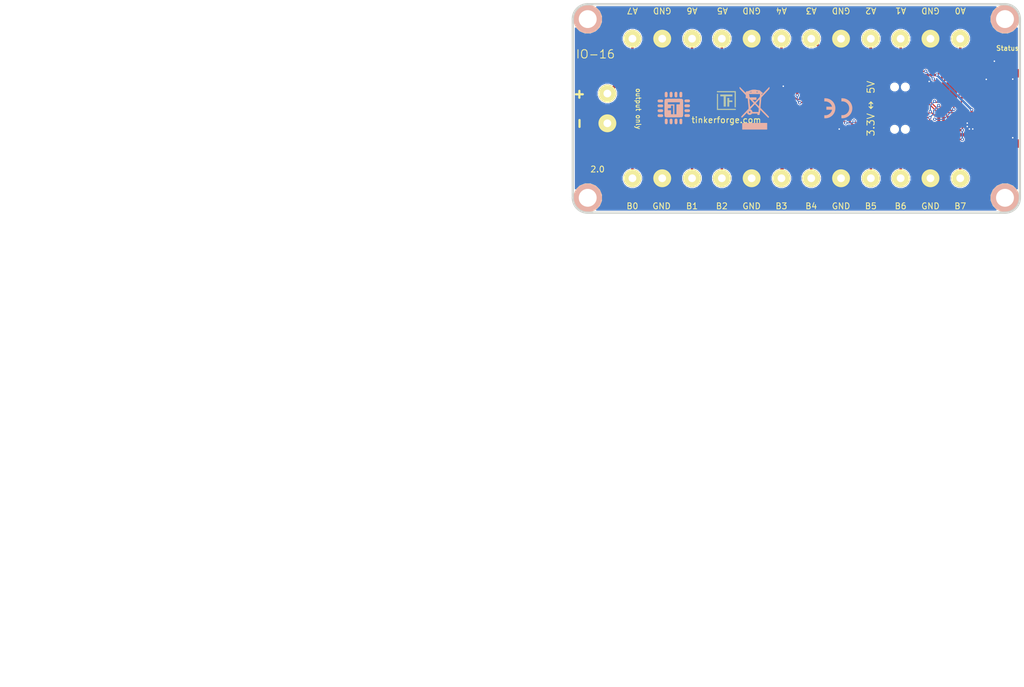
<source format=kicad_pcb>
(kicad_pcb (version 4) (host pcbnew 4.0.2+dfsg1-stable)
  (title_block (title "IO16 Bricklet") (date 2018-03-06) (rev 2.0) (company "Tinkerforge GmbH") (comment 1 "Licensed under CERN OHL v.1.1") (comment 2 "Copyright (©) 2018, L.Lauer <lukas@tinkerforge.com>"))
  (layers (0 Vorderseite signal) (31 Rückseite signal) (34 B.Paste user) (35 F.Paste user) (36 B.SilkS user) (37 F.SilkS user) (38 B.Mask user) (39 F.Mask user) (44 Edge.Cuts user))
  (net 0 "")
  (net 1 GND)
  (net 2 SCL)
  (net 3 SDA)
  (net 4 VAA)
  (net 5 VCC)
  (net 6 "Net-(J2-Pad2)")
  (net 7 "Net-(J3-Pad1)")
  (net 8 "Net-(J3-Pad2)")
  (net 9 "Net-(J4-Pad1)")
  (net 10 "Net-(J5-Pad2)")
  (net 11 "Net-(J6-Pad1)")
  (net 12 "Net-(J6-Pad2)")
  (net 13 "Net-(J7-Pad1)")
  (net 14 "Net-(J8-Pad1)")
  (net 15 "Net-(J9-Pad1)")
  (net 16 "Net-(J9-Pad2)")
  (net 17 "Net-(J10-Pad2)")
  (net 18 "Net-(J11-Pad1)")
  (net 19 "Net-(J12-Pad1)")
  (net 20 "Net-(J12-Pad2)")
  (net 21 "Net-(J13-Pad2)")
  (net 22 "Net-(SW1-Pad6)")
  (net 23 "Net-(SW1-Pad5)")
  (net 24 "Net-(SW1-Pad4)")
  (net 25 "Net-(C4-Pad1)")
  (net 26 "Net-(D1-Pad2)")
  (net 27 "Net-(P2-Pad1)")
  (net 28 "Net-(P3-Pad2)")
  (net 29 "Net-(R1-Pad1)")
  (net 30 RESET)
  (net 31 INT)
  (net 32 "Net-(P1-Pad4)")
  (net 33 "Net-(P1-Pad5)")
  (net 34 "Net-(P1-Pad6)")
  (net 35 S-MISO)
  (net 36 S-MOSI)
  (net 37 S-CLK)
  (net 38 S-CS)
  (net 39 +5V)
  (net 40 "Net-(U1-Pad3)")
  (net 41 "Net-(U1-Pad5)")
  (net 42 "Net-(U1-Pad6)")
  (net 43 "Net-(U1-Pad8)")
  (net 44 "Net-(U1-Pad11)")
  (net 45 "Net-(U1-Pad12)")
  (net 46 "Net-(U1-Pad16)")
  (net 47 "Net-(U1-Pad18)")
  (net 48 "Net-(U1-Pad20)")
  (net 49 "Net-(U1-Pad21)")
  (net 50 "Net-(U1-Pad15)")
  (module kicad-libraries:TSSOP24-44 (layer Vorderseite) (at 151.42 97.03)
    (fp_text reference U8)
    (fp_text value PCAL6416A)
    (pad 1 smd rect (at -3.57378 2.92354 180) (size 0.39878 1.34874) (layers Vorderseite F.Paste F.Mask) (net 31 INT))
    (pad 2 smd rect (at -2.92354 2.92354 180) (size 0.39878 1.34874) (layers Vorderseite F.Paste F.Mask) (net 5 VCC))
    (pad 3 smd rect (at -2.2733 2.92354 180) (size 0.39878 1.34874) (layers Vorderseite F.Paste F.Mask) (net 30 RESET))
    (pad 4 smd rect (at -1.62306 2.92354 180) (size 0.39878 1.34874) (layers Vorderseite F.Paste F.Mask) (net 6 "Net-(J2-Pad2)"))
    (pad 5 smd rect (at -0.97282 2.92354 180) (size 0.39878 1.34874) (layers Vorderseite F.Paste F.Mask) (net 8 "Net-(J3-Pad2)"))
    (pad 6 smd rect (at -0.32258 2.92354 180) (size 0.39878 1.34874) (layers Vorderseite F.Paste F.Mask) (net 7 "Net-(J3-Pad1)"))
    (pad 7 smd rect (at 0.32258 2.92354 180) (size 0.39878 1.34874) (layers Vorderseite F.Paste F.Mask) (net 9 "Net-(J4-Pad1)"))
    (pad 8 smd rect (at 0.97282 2.92354 180) (size 0.39878 1.34874) (layers Vorderseite F.Paste F.Mask) (net 10 "Net-(J5-Pad2)"))
    (pad 9 smd rect (at 1.62306 2.92354 180) (size 0.39878 1.34874) (layers Vorderseite F.Paste F.Mask) (net 12 "Net-(J6-Pad2)"))
    (pad 10 smd rect (at 2.2733 2.92354 180) (size 0.39878 1.34874) (layers Vorderseite F.Paste F.Mask) (net 11 "Net-(J6-Pad1)"))
    (pad 11 smd rect (at 2.92354 2.92354 180) (size 0.39878 1.34874) (layers Vorderseite F.Paste F.Mask) (net 13 "Net-(J7-Pad1)"))
    (pad 12 smd rect (at 3.57378 2.92354 180) (size 0.39878 1.34874) (layers Vorderseite F.Paste F.Mask) (net 1 GND))
    (pad 13 smd rect (at 3.57378 -2.92354) (size 0.39878 1.34874) (layers Vorderseite F.Paste F.Mask) (net 21 "Net-(J13-Pad2)"))
    (pad 14 smd rect (at 2.92354 -2.92354) (size 0.39878 1.34874) (layers Vorderseite F.Paste F.Mask) (net 20 "Net-(J12-Pad2)"))
    (pad 15 smd rect (at 2.2733 -2.92354) (size 0.39878 1.34874) (layers Vorderseite F.Paste F.Mask) (net 19 "Net-(J12-Pad1)"))
    (pad 16 smd rect (at 1.62306 -2.92354) (size 0.39878 1.34874) (layers Vorderseite F.Paste F.Mask) (net 18 "Net-(J11-Pad1)"))
    (pad 17 smd rect (at 0.97282 -2.92354) (size 0.39878 1.34874) (layers Vorderseite F.Paste F.Mask) (net 17 "Net-(J10-Pad2)"))
    (pad 18 smd rect (at 0.32258 -2.92354) (size 0.39878 1.34874) (layers Vorderseite F.Paste F.Mask) (net 16 "Net-(J9-Pad2)"))
    (pad 19 smd rect (at -0.32258 -2.92354) (size 0.39878 1.34874) (layers Vorderseite F.Paste F.Mask) (net 15 "Net-(J9-Pad1)"))
    (pad 20 smd rect (at -0.97282 -2.92354) (size 0.39878 1.34874) (layers Vorderseite F.Paste F.Mask) (net 14 "Net-(J8-Pad1)"))
    (pad 21 smd rect (at -1.62306 -2.92354) (size 0.39878 1.34874) (layers Vorderseite F.Paste F.Mask) (net 1 GND))
    (pad 22 smd rect (at -2.2733 -2.92354) (size 0.39878 1.34874) (layers Vorderseite F.Paste F.Mask) (net 2 SCL))
    (pad 23 smd rect (at -2.92354 -2.92354) (size 0.39878 1.34874) (layers Vorderseite F.Paste F.Mask) (net 3 SDA))
    (pad 24 smd rect (at -3.57378 -2.92354) (size 0.39878 1.34874) (layers Vorderseite F.Paste F.Mask) (net 4 VAA))
  )
  (module C0603F (layer Vorderseite) (at 156.19 99.01 270)
    (fp_text reference C2)
    (fp_text value 100nF)
    (pad 1 smd rect (at -0.75 0 270) (size 0.9 0.9) (layers Vorderseite F.Paste F.Mask) (net 5 VCC))
    (pad 2 smd rect (at 0.75 0 270) (size 0.9 0.9) (layers Vorderseite F.Paste F.Mask) (net 1 GND))
  )
  (module 4X0603 (layer Vorderseite) (at 174.09 99.68 180)
    (fp_text reference RP1)
    (fp_text value TBD)
    (pad 1 smd rect (at -1.19888 -0.8509 180) (size 0.44958 0.89916) (layers Vorderseite F.Paste F.Mask) (net 5 VCC))
    (pad 2 smd rect (at -0.39878 -0.8509 180) (size 0.44958 0.89916) (layers Vorderseite F.Paste F.Mask) (net 5 VCC))
    (pad 3 smd rect (at 0.39878 -0.8509 180) (size 0.44958 0.89916) (layers Vorderseite F.Paste F.Mask) (net 5 VCC))
    (pad 4 smd rect (at 1.19888 -0.8509 180) (size 0.44958 0.89916) (layers Vorderseite F.Paste F.Mask) (net 5 VCC))
    (pad 5 smd rect (at 1.19888 0.8509 180) (size 0.44958 0.89916) (layers Vorderseite F.Paste F.Mask) (net 3 SDA))
    (pad 6 smd rect (at 0.39878 0.8509 180) (size 0.44958 0.89916) (layers Vorderseite F.Paste F.Mask) (net 30 RESET))
    (pad 7 smd rect (at -0.39878 0.8509 180) (size 0.44958 0.89916) (layers Vorderseite F.Paste F.Mask) (net 31 INT))
    (pad 8 smd rect (at -1.19888 0.8509 180) (size 0.44958 0.89916) (layers Vorderseite F.Paste F.Mask) (net 2 SCL))
  )
  (module kicad-libraries:DRILL_NP (layer Vorderseite) (at 184 82.03)
    (fp_text reference U4 hide)
    (fp_text value DRILL hide)
    (pad "" np_thru_hole circle (at 0 0) (size 2.99974 2.99974) (drill 2.99974) (layers *.Cu *.Mask F.SilkS) (clearance 0.89916))
  )
  (module kicad-libraries:AKL_5_2 (layer Vorderseite) (at 134 85.32)
    (fp_text reference J9)
    (fp_text value AKL_5_2)
    (pad 1 thru_hole circle (at -2.49936 0) (size 2.99974 2.99974) (drill 1.30048) (layers *.Cu *.Mask F.SilkS) (net 15 "Net-(J9-Pad1)"))
    (pad 2 thru_hole circle (at 2.49936 0) (size 2.99974 2.99974) (drill 1.30048) (layers *.Cu *.Mask F.SilkS) (net 16 "Net-(J9-Pad2)"))
  )
  (module kicad-libraries:SLIDE_SWITCH (layer Vorderseite) (at 166.38 97.03 90)
    (fp_text reference SW1)
    (fp_text value Power_Select)
    (pad 6 smd rect (at -2.49936 -3.2004 90) (size 1.19888 1.6002) (layers Vorderseite F.Paste F.Mask) (net 22 "Net-(SW1-Pad6)"))
    (pad 5 smd rect (at 0 -3.2004 90) (size 1.19888 1.6002) (layers Vorderseite F.Paste F.Mask) (net 23 "Net-(SW1-Pad5)"))
    (pad 4 smd rect (at 2.49936 -3.2004 90) (size 1.19888 1.6002) (layers Vorderseite F.Paste F.Mask) (net 24 "Net-(SW1-Pad4)"))
    (pad 3 smd rect (at 2.49936 3.2004 90) (size 1.19888 1.6002) (layers Vorderseite F.Paste F.Mask) (net 5 VCC))
    (pad 2 smd rect (at 0 3.2004 90) (size 1.19888 1.6002) (layers Vorderseite F.Paste F.Mask) (net 4 VAA))
    (pad 1 smd rect (at -2.49936 3.2004 90) (size 1.19888 1.6002) (layers Vorderseite F.Paste F.Mask) (net 39 +5V))
    (pad "" np_thru_hole circle (at -3.5 -0.9 90) (size 1.2 1.2) (drill 1.2) (layers *.Cu *.Mask F.SilkS))
    (pad "" np_thru_hole circle (at -3.5 0.9 90) (size 1.2 1.2) (drill 1.2) (layers *.Cu *.Mask F.SilkS))
    (pad "" np_thru_hole circle (at 3.6 -0.9 90) (size 1.2 1.2) (drill 1.2) (layers *.Cu *.Mask F.SilkS))
    (pad "" np_thru_hole circle (at 3.6 0.9 90) (size 1.2 1.2) (drill 1.2) (layers *.Cu *.Mask F.SilkS))
  )
  (module kicad-libraries:DRILL_NP (layer Vorderseite) (at 184 112.03 180)
    (fp_text reference U7 hide)
    (fp_text value DRILL hide)
    (pad "" np_thru_hole circle (at 0 0 180) (size 2.99974 2.99974) (drill 2.99974) (layers *.Cu *.Mask F.SilkS) (clearance 0.89916))
  )
  (module kicad-libraries:DRILL_NP (layer Vorderseite) (at 114 112.03)
    (fp_text reference U6 hide)
    (fp_text value DRILL hide)
    (pad "" np_thru_hole circle (at 0 0) (size 2.99974 2.99974) (drill 2.99974) (layers *.Cu *.Mask F.SilkS) (clearance 0.89916))
  )
  (module kicad-libraries:DRILL_NP (layer Vorderseite) (at 114 82.03 90)
    (fp_text reference U5 hide)
    (fp_text value DRILL hide)
    (pad "" np_thru_hole circle (at 0 0 90) (size 2.99974 2.99974) (drill 2.99974) (layers *.Cu *.Mask F.SilkS) (clearance 0.89916))
  )
  (module kicad-libraries:CE_5mm (layer Rückseite) (at 156 97 180)
    (fp_text reference VAL hide)
    (fp_text value CE_5mm hide)
  )
  (module kicad-libraries:WEEE_7mm (layer Rückseite) (at 142 97 180)
    (fp_text reference VAL hide)
    (fp_text value WEEE_7mm hide)
  )
  (module kicad-libraries:Fiducial_Mark (layer Vorderseite) (at 113 108.03)
    (fp_text reference Fiducial_Mark hide)
    (fp_text value VAL** hide)
    (pad 1 smd circle (at 0 0) (size 1.00076 1.00076) (layers Vorderseite F.Paste F.Mask) (clearance 0.65024))
  )
  (module kicad-libraries:Fiducial_Mark (layer Vorderseite) (at 180.21 85.05)
    (fp_text reference Fiducial_Mark hide)
    (fp_text value VAL** hide)
    (pad 1 smd circle (at 0 0) (size 1.00076 1.00076) (layers Vorderseite F.Paste F.Mask) (clearance 0.65024))
  )
  (module kicad-libraries:Logo_31x31 (layer Vorderseite) (at 135.67664 94.12478)
    (fp_text reference Ref** hide)
    (fp_text value Val** hide)
  )
  (module kicad-libraries:AKL_5_2 (layer Vorderseite) (at 164 85.32)
    (fp_text reference J12)
    (fp_text value AKL_5_2)
    (pad 1 thru_hole circle (at -2.49936 0) (size 2.99974 2.99974) (drill 1.30048) (layers *.Cu *.Mask F.SilkS) (net 19 "Net-(J12-Pad1)"))
    (pad 2 thru_hole circle (at 2.49936 0) (size 2.99974 2.99974) (drill 1.30048) (layers *.Cu *.Mask F.SilkS) (net 20 "Net-(J12-Pad2)"))
  )
  (module kicad-libraries:AKL_5_2 (layer Vorderseite) (at 154 85.32)
    (fp_text reference J11)
    (fp_text value AKL_5_2)
    (pad 1 thru_hole circle (at -2.49936 0) (size 2.99974 2.99974) (drill 1.30048) (layers *.Cu *.Mask F.SilkS) (net 18 "Net-(J11-Pad1)"))
    (pad 2 thru_hole circle (at 2.49936 0) (size 2.99974 2.99974) (drill 1.30048) (layers *.Cu *.Mask F.SilkS) (net 1 GND))
  )
  (module kicad-libraries:AKL_5_2 (layer Vorderseite) (at 144 85.32)
    (fp_text reference J10)
    (fp_text value AKL_5_2)
    (pad 1 thru_hole circle (at -2.49936 0) (size 2.99974 2.99974) (drill 1.30048) (layers *.Cu *.Mask F.SilkS) (net 1 GND))
    (pad 2 thru_hole circle (at 2.49936 0) (size 2.99974 2.99974) (drill 1.30048) (layers *.Cu *.Mask F.SilkS) (net 17 "Net-(J10-Pad2)"))
  )
  (module kicad-libraries:AKL_5_2 (layer Vorderseite) (at 174 108.75 180)
    (fp_text reference J7)
    (fp_text value AKL_5_2)
    (pad 1 thru_hole circle (at -2.49936 0 180) (size 2.99974 2.99974) (drill 1.30048) (layers *.Cu *.Mask F.SilkS) (net 13 "Net-(J7-Pad1)"))
    (pad 2 thru_hole circle (at 2.49936 0 180) (size 2.99974 2.99974) (drill 1.30048) (layers *.Cu *.Mask F.SilkS) (net 1 GND))
  )
  (module kicad-libraries:AKL_5_2 (layer Vorderseite) (at 164 108.75 180)
    (fp_text reference J6)
    (fp_text value AKL_5_2)
    (pad 1 thru_hole circle (at -2.49936 0 180) (size 2.99974 2.99974) (drill 1.30048) (layers *.Cu *.Mask F.SilkS) (net 11 "Net-(J6-Pad1)"))
    (pad 2 thru_hole circle (at 2.49936 0 180) (size 2.99974 2.99974) (drill 1.30048) (layers *.Cu *.Mask F.SilkS) (net 12 "Net-(J6-Pad2)"))
  )
  (module kicad-libraries:AKL_5_2 (layer Vorderseite) (at 154 108.75 180)
    (fp_text reference J5)
    (fp_text value AKL_5_2)
    (pad 1 thru_hole circle (at -2.49936 0 180) (size 2.99974 2.99974) (drill 1.30048) (layers *.Cu *.Mask F.SilkS) (net 1 GND))
    (pad 2 thru_hole circle (at 2.49936 0 180) (size 2.99974 2.99974) (drill 1.30048) (layers *.Cu *.Mask F.SilkS) (net 10 "Net-(J5-Pad2)"))
  )
  (module kicad-libraries:AKL_5_2 (layer Vorderseite) (at 144 108.75 180)
    (fp_text reference J4)
    (fp_text value AKL_5_2)
    (pad 1 thru_hole circle (at -2.49936 0 180) (size 2.99974 2.99974) (drill 1.30048) (layers *.Cu *.Mask F.SilkS) (net 9 "Net-(J4-Pad1)"))
    (pad 2 thru_hole circle (at 2.49936 0 180) (size 2.99974 2.99974) (drill 1.30048) (layers *.Cu *.Mask F.SilkS) (net 1 GND))
  )
  (module kicad-libraries:AKL_5_2 (layer Vorderseite) (at 117.29974 97.02546 90)
    (fp_text reference J1)
    (fp_text value AKL_5_2)
    (pad 1 thru_hole circle (at -2.49936 0 90) (size 2.99974 2.99974) (drill 1.30048) (layers *.Cu *.Mask F.SilkS) (net 1 GND))
    (pad 2 thru_hole circle (at 2.49936 0 90) (size 2.99974 2.99974) (drill 1.30048) (layers *.Cu *.Mask F.SilkS) (net 4 VAA))
  )
  (module kicad-libraries:AKL_5_2 (layer Vorderseite) (at 124 85.32)
    (fp_text reference J8)
    (fp_text value AKL_5_2)
    (pad 1 thru_hole circle (at -2.49936 0) (size 2.99974 2.99974) (drill 1.30048) (layers *.Cu *.Mask F.SilkS) (net 14 "Net-(J8-Pad1)"))
    (pad 2 thru_hole circle (at 2.49936 0) (size 2.99974 2.99974) (drill 1.30048) (layers *.Cu *.Mask F.SilkS) (net 1 GND))
  )
  (module kicad-libraries:AKL_5_2 (layer Vorderseite) (at 134 108.75 180)
    (fp_text reference J3)
    (fp_text value AKL_5_2)
    (pad 1 thru_hole circle (at -2.49936 0 180) (size 2.99974 2.99974) (drill 1.30048) (layers *.Cu *.Mask F.SilkS) (net 7 "Net-(J3-Pad1)"))
    (pad 2 thru_hole circle (at 2.49936 0 180) (size 2.99974 2.99974) (drill 1.30048) (layers *.Cu *.Mask F.SilkS) (net 8 "Net-(J3-Pad2)"))
  )
  (module kicad-libraries:AKL_5_2 (layer Vorderseite) (at 174 85.32)
    (fp_text reference J13)
    (fp_text value AKL_5_2)
    (pad 1 thru_hole circle (at -2.49936 0) (size 2.99974 2.99974) (drill 1.30048) (layers *.Cu *.Mask F.SilkS) (net 1 GND))
    (pad 2 thru_hole circle (at 2.49936 0) (size 2.99974 2.99974) (drill 1.30048) (layers *.Cu *.Mask F.SilkS) (net 21 "Net-(J13-Pad2)"))
  )
  (module kicad-libraries:AKL_5_2 (layer Vorderseite) (at 124 108.75 180)
    (fp_text reference J2)
    (fp_text value AKL_5_2)
    (pad 1 thru_hole circle (at -2.49936 0 180) (size 2.99974 2.99974) (drill 1.30048) (layers *.Cu *.Mask F.SilkS) (net 1 GND))
    (pad 2 thru_hole circle (at 2.49936 0 180) (size 2.99974 2.99974) (drill 1.30048) (layers *.Cu *.Mask F.SilkS) (net 6 "Net-(J2-Pad2)"))
  )
  (module C0805 (layer Vorderseite) (at 179.89 99 270)
    (fp_text reference C1)
    (fp_text value 10uF)
    (pad 1 smd rect (at -1.00076 0 270) (size 1.00076 1.24968) (layers Vorderseite F.Paste F.Mask) (net 5 VCC) (clearance 0.14986))
    (pad 2 smd rect (at 1.00076 0 270) (size 1.00076 1.24968) (layers Vorderseite F.Paste F.Mask) (net 1 GND) (clearance 0.14986))
  )
  (module C0603F (layer Vorderseite) (at 146.06 92.57 180)
    (fp_text reference C3)
    (fp_text value 100nF)
    (pad 1 smd rect (at -0.75 0 180) (size 0.9 0.9) (layers Vorderseite F.Paste F.Mask) (net 1 GND))
    (pad 2 smd rect (at 0.75 0 180) (size 0.9 0.9) (layers Vorderseite F.Paste F.Mask) (net 4 VAA))
  )
  (module C0402E (layer Vorderseite) (at 180.13 92.8 90)
    (fp_text reference C4)
    (fp_text value 220pF)
    (pad 1 smd rect (at -0.65 0 90) (size 0.7 0.9) (layers Vorderseite F.Paste F.Mask) (net 25 "Net-(C4-Pad1)"))
    (pad 2 smd rect (at 0.65 0 90) (size 0.7 0.9) (layers Vorderseite F.Paste F.Mask) (net 1 GND))
  )
  (module C0603F (layer Vorderseite) (at 178.4 99 270)
    (fp_text reference C5)
    (fp_text value 1uF)
    (pad 1 smd rect (at -0.75 0 270) (size 0.9 0.9) (layers Vorderseite F.Paste F.Mask) (net 5 VCC))
    (pad 2 smd rect (at 0.75 0 270) (size 0.9 0.9) (layers Vorderseite F.Paste F.Mask) (net 1 GND))
  )
  (module C0603F (layer Vorderseite) (at 171.28 93.99 90)
    (fp_text reference C6)
    (fp_text value 100nF)
    (pad 1 smd rect (at -0.75 0 90) (size 0.9 0.9) (layers Vorderseite F.Paste F.Mask) (net 5 VCC))
    (pad 2 smd rect (at 0.75 0 90) (size 0.9 0.9) (layers Vorderseite F.Paste F.Mask) (net 1 GND))
  )
  (module D0603F (layer Vorderseite) (at 184.43 88.15)
    (fp_text reference D1)
    (fp_text value blue)
    (pad 1 smd rect (at -0.75 0) (size 0.9 0.9) (layers Vorderseite F.Paste F.Mask) (net 5 VCC))
    (pad 2 smd rect (at 0.75 0) (size 0.9 0.9) (layers Vorderseite F.Paste F.Mask) (net 26 "Net-(D1-Pad2)"))
  )
  (module kicad-libraries:DEBUG_PAD (layer Vorderseite) (at 167.88 91.3)
    (fp_text reference P2)
    (fp_text value DEBUG)
    (pad 1 smd circle (at 0 0) (size 0.7 0.7) (layers Vorderseite F.Paste F.Mask) (net 27 "Net-(P2-Pad1)"))
  )
  (module kicad-libraries:SolderJumper (layer Vorderseite) (at 181.23 89.1 180)
    (fp_text reference P3)
    (fp_text value BOOT)
    (pad 2 smd rect (at 0.55 0 180) (size 0.3 1.4) (layers Vorderseite F.Mask) (net 28 "Net-(P3-Pad2)"))
    (pad 2 smd rect (at 0.15 0 180) (size 0.6 0.5) (layers Vorderseite F.Mask) (net 28 "Net-(P3-Pad2)"))
    (pad 1 smd rect (at -0.5 0 180) (size 0.4 1.4) (layers Vorderseite F.Mask) (net 1 GND))
    (pad 1 smd rect (at -0.225 0.55 180) (size 0.95 0.3) (layers Vorderseite F.Mask) (net 1 GND))
    (pad 1 smd rect (at -0.225 -0.55 180) (size 0.95 0.3) (layers Vorderseite F.Mask) (net 1 GND))
  )
  (module R0603F (layer Vorderseite) (at 184.43 89.51)
    (fp_text reference R1)
    (fp_text value 1k)
    (pad 1 smd rect (at -0.75 0) (size 0.9 0.9) (layers Vorderseite F.Paste F.Mask) (net 29 "Net-(R1-Pad1)"))
    (pad 2 smd rect (at 0.75 0) (size 0.9 0.9) (layers Vorderseite F.Paste F.Mask) (net 26 "Net-(D1-Pad2)"))
  )
  (module 4X0402 (layer Vorderseite) (at 179.66 95.13 90)
    (fp_text reference RP2)
    (fp_text value 82)
    (pad 1 smd rect (at -0.7493 0.575 270) (size 0.29972 0.65) (layers Vorderseite F.Paste F.Mask) (net 32 "Net-(P1-Pad4)"))
    (pad 2 smd rect (at -0.24892 0.575 270) (size 0.29972 0.65) (layers Vorderseite F.Paste F.Mask) (net 33 "Net-(P1-Pad5)"))
    (pad 3 smd rect (at 0.24892 0.575 270) (size 0.29972 0.65) (layers Vorderseite F.Paste F.Mask) (net 34 "Net-(P1-Pad6)"))
    (pad 4 smd rect (at 0.7493 0.575 270) (size 0.29972 0.65) (layers Vorderseite F.Paste F.Mask) (net 25 "Net-(C4-Pad1)"))
    (pad 5 smd rect (at 0.7493 -0.575 90) (size 0.29972 0.65) (layers Vorderseite F.Paste F.Mask) (net 35 S-MISO))
    (pad 6 smd rect (at 0.24892 -0.575 90) (size 0.29972 0.65) (layers Vorderseite F.Paste F.Mask) (net 36 S-MOSI))
    (pad 7 smd rect (at -0.24892 -0.575 90) (size 0.29972 0.65) (layers Vorderseite F.Paste F.Mask) (net 37 S-CLK))
    (pad 8 smd rect (at -0.7493 -0.575 90) (size 0.29972 0.65) (layers Vorderseite F.Paste F.Mask) (net 38 S-CS))
  )
  (module kicad-libraries:QFN24-4x4mm-0.5mm (layer Vorderseite) (at 174.66 93.97 270)
    (fp_text reference U1)
    (fp_text value XMC1XXX24)
    (pad 1 smd oval (at -2.025 -1.25 270) (size 1 0.3) (layers Vorderseite F.Paste F.Mask) (net 35 S-MISO))
    (pad 2 smd oval (at -2.025 -0.75 270) (size 1 0.3) (layers Vorderseite F.Paste F.Mask) (net 29 "Net-(R1-Pad1)"))
    (pad 3 smd oval (at -2.025 -0.25 270) (size 1 0.3) (layers Vorderseite F.Paste F.Mask) (net 40 "Net-(U1-Pad3)"))
    (pad 4 smd oval (at -2.025 0.25 270) (size 1 0.3) (layers Vorderseite F.Paste F.Mask) (net 28 "Net-(P3-Pad2)"))
    (pad 5 smd oval (at -2.025 0.75 270) (size 1 0.3) (layers Vorderseite F.Paste F.Mask) (net 41 "Net-(U1-Pad5)"))
    (pad 6 smd oval (at -2.025 1.25 270) (size 1 0.3) (layers Vorderseite F.Paste F.Mask) (net 42 "Net-(U1-Pad6)"))
    (pad 7 smd oval (at -1.25 2.025) (size 1 0.3) (layers Vorderseite F.Paste F.Mask) (net 27 "Net-(P2-Pad1)"))
    (pad 8 smd oval (at -0.75 2.025) (size 1 0.3) (layers Vorderseite F.Paste F.Mask) (net 43 "Net-(U1-Pad8)"))
    (pad 9 smd oval (at -0.25 2.025) (size 1 0.3) (layers Vorderseite F.Paste F.Mask) (net 1 GND))
    (pad 10 smd oval (at 0.25 2.025) (size 1 0.3) (layers Vorderseite F.Paste F.Mask) (net 5 VCC))
    (pad 11 smd oval (at 0.75 2.025) (size 1 0.3) (layers Vorderseite F.Paste F.Mask) (net 44 "Net-(U1-Pad11)"))
    (pad 12 smd oval (at 1.25 2.025) (size 1 0.3) (layers Vorderseite F.Paste F.Mask) (net 45 "Net-(U1-Pad12)"))
    (pad 13 smd oval (at 2.025 1.25 270) (size 1 0.3) (layers Vorderseite F.Paste F.Mask) (net 31 INT))
    (pad 14 smd oval (at 2.025 0.75 270) (size 1 0.3) (layers Vorderseite F.Paste F.Mask) (net 30 RESET))
    (pad 15 smd oval (at 2.025 0.25 270) (size 1 0.3) (layers Vorderseite F.Paste F.Mask) (net 50 "Net-(U1-Pad15)"))
    (pad 16 smd oval (at 2.025 -0.25 270) (size 1 0.3) (layers Vorderseite F.Paste F.Mask) (net 46 "Net-(U1-Pad16)"))
    (pad 17 smd oval (at 2.025 -0.75 270) (size 1 0.3) (layers Vorderseite F.Paste F.Mask) (net 3 SDA))
    (pad 18 smd oval (at 2.025 -1.25 270) (size 1 0.3) (layers Vorderseite F.Paste F.Mask) (net 47 "Net-(U1-Pad18)"))
    (pad 19 smd oval (at 1.25 -2.025) (size 1 0.3) (layers Vorderseite F.Paste F.Mask) (net 2 SCL))
    (pad 20 smd oval (at 0.75 -2.025) (size 1 0.3) (layers Vorderseite F.Paste F.Mask) (net 48 "Net-(U1-Pad20)"))
    (pad 21 smd oval (at 0.25 -2.025) (size 1 0.3) (layers Vorderseite F.Paste F.Mask) (net 49 "Net-(U1-Pad21)"))
    (pad 22 smd oval (at -0.25 -2.025) (size 1 0.3) (layers Vorderseite F.Paste F.Mask) (net 38 S-CS))
    (pad 23 smd oval (at -0.75 -2.025) (size 1 0.3) (layers Vorderseite F.Paste F.Mask) (net 37 S-CLK))
    (pad 24 smd oval (at -1.25 -2.025) (size 1 0.3) (layers Vorderseite F.Paste F.Mask) (net 36 S-MOSI))
    (pad EXP smd rect (at 0.65 0.65 270) (size 1.3 1.3) (layers Vorderseite F.Paste F.Mask) (net 1 GND))
    (pad EXP smd rect (at 0.65 -0.65 270) (size 1.3 1.3) (layers Vorderseite F.Paste F.Mask) (net 1 GND))
    (pad EXP smd rect (at -0.65 0.65 270) (size 1.3 1.3) (layers Vorderseite F.Paste F.Mask) (net 1 GND))
    (pad EXP smd rect (at -0.65 -0.65 270) (size 1.3 1.3) (layers Vorderseite F.Paste F.Mask) (net 1 GND))
  )
  (module kicad-libraries:CON-SENSOR2 (layer Vorderseite) (at 186.5 97.03 90)
    (fp_text reference P1)
    (fp_text value CON-SENSOR2)
    (pad 1 smd rect (at -3.75 -4.6 90) (size 0.6 1.8) (layers Vorderseite F.Paste F.Mask) (net 39 +5V))
    (pad 2 smd rect (at -2.5 -4.6 90) (size 0.6 1.8) (layers Vorderseite F.Paste F.Mask) (net 1 GND))
    (pad EP smd rect (at -5.9 -1.2 90) (size 1.4 2.4) (layers Vorderseite F.Paste F.Mask) (net 1 GND))
    (pad EP smd rect (at 5.9 -1.2 90) (size 1.4 2.4) (layers Vorderseite F.Paste F.Mask) (net 1 GND))
    (pad 3 smd rect (at -1.25 -4.6 90) (size 0.6 1.8) (layers Vorderseite F.Paste F.Mask) (net 5 VCC))
    (pad 4 smd rect (at 0 -4.6 90) (size 0.6 1.8) (layers Vorderseite F.Paste F.Mask) (net 32 "Net-(P1-Pad4)"))
    (pad 5 smd rect (at 1.25 -4.6 90) (size 0.6 1.8) (layers Vorderseite F.Paste F.Mask) (net 33 "Net-(P1-Pad5)"))
    (pad 6 smd rect (at 2.5 -4.6 90) (size 0.6 1.8) (layers Vorderseite F.Paste F.Mask) (net 34 "Net-(P1-Pad6)"))
    (pad 7 smd rect (at 3.75 -4.6 90) (size 0.6 1.8) (layers Vorderseite F.Paste F.Mask) (net 25 "Net-(C4-Pad1)"))
  )
  (module kicad-libraries:Logo_CoMCU (layer Rückseite) (at 128.44 96.96 180)
    (fp_text reference G*** hide)
    (fp_text value LOGO hide)
  )
  (gr_text Status (at 184.43 86.92) (layer F.SilkS) (effects (font (size 0.8 0.8))))
  (gr_line (start 111.5 82.03) (end 111.5 112.03) (angle 90) (layer Edge.Cuts) (width 0.381))
  (gr_line (start 184 79.53) (end 114 79.53) (angle 90) (layer Edge.Cuts) (width 0.381))
  (gr_line (start 186.5 112.03) (end 186.5 82.03) (angle 90) (layer Edge.Cuts) (width 0.381))
  (gr_line (start 114 114.53) (end 184 114.53) (angle 90) (layer Edge.Cuts) (width 0.381))
  (gr_arc (start 114 112.03) (end 114 114.53) (angle 90) (layer Edge.Cuts) (width 0.381))
  (gr_arc (start 184 112.03) (end 186.5 112.03) (angle 90) (layer Edge.Cuts) (width 0.381))
  (gr_arc (start 184 82.03) (end 184 79.53) (angle 90) (layer Edge.Cuts) (width 0.381))
  (gr_arc (start 114 82.03) (end 111.5 82.03) (angle 90) (layer Edge.Cuts) (width 0.381))
  (gr_text 2.0 (at 115.65128 107.24896) (layer F.SilkS) (effects (font (size 1.00076 1.00076) (thickness 0.14986))))
  (gr_text - (at 112.52454 99.55022 90) (layer F.SilkS) (effects (font (size 1.50114 1.50114) (thickness 0.37592))))
  (gr_text + (at 112.60074 94.54896) (layer F.SilkS) (effects (font (size 1.50114 1.50114) (thickness 0.37592))))
  (gr_text tinkerforge.com (at 137.25144 98.97364) (layer F.SilkS) (effects (font (size 1.00076 1.00076) (thickness 0.14986))))
  (gr_text "output only" (at 122.49912 97.09912 270) (layer F.SilkS) (effects (font (size 0.8001 0.8001) (thickness 0.14986))))
  (gr_line (start 161.509668 95.933809) (end 161.809388 96.233529) (angle 90) (layer F.SilkS) (width 0.17018))
  (gr_line (start 161.209948 96.233529) (end 161.509668 95.933809) (angle 90) (layer F.SilkS) (width 0.17018))
  (gr_line (start 161.509668 97.033628) (end 161.809388 96.733908) (angle 90) (layer F.SilkS) (width 0.17018))
  (gr_line (start 161.509668 97.033628) (end 161.209948 96.733908) (angle 90) (layer F.SilkS) (width 0.17018))
  (gr_line (start 161.509668 97.033628) (end 161.509668 96.131929) (angle 90) (layer F.SilkS) (width 0.17018))
  (gr_text 5V (at 161.51 93.47 90) (layer F.SilkS) (effects (font (size 1.19888 1.19888) (thickness 0.14986))))
  (gr_text 3.3V (at 161.5 99.77 90) (layer F.SilkS) (effects (font (size 1.19888 1.19888) (thickness 0.14986))))
  (gr_text B7 (at 176.49952 113.4237) (layer F.SilkS) (effects (font (size 1.00076 1.00076) (thickness 0.14986))))
  (gr_text GND (at 171.49826 113.4237) (layer F.SilkS) (effects (font (size 1.00076 1.00076) (thickness 0.14986))))
  (gr_text B6 (at 166.497 113.4237) (layer F.SilkS) (effects (font (size 1.00076 1.00076) (thickness 0.14986))))
  (gr_text B5 (at 161.49828 113.4237) (layer F.SilkS) (effects (font (size 1.00076 1.00076) (thickness 0.14986))))
  (gr_text GND (at 156.49702 113.4237) (layer F.SilkS) (effects (font (size 1.00076 1.00076) (thickness 0.14986))))
  (gr_text B4 (at 151.4983 113.4237) (layer F.SilkS) (effects (font (size 1.00076 1.00076) (thickness 0.14986))))
  (gr_text B3 (at 146.49704 113.4237) (layer F.SilkS) (effects (font (size 1.00076 1.00076) (thickness 0.14986))))
  (gr_text GND (at 141.49832 113.4237) (layer F.SilkS) (effects (font (size 1.00076 1.00076) (thickness 0.14986))))
  (gr_text B2 (at 136.49706 113.4237) (layer F.SilkS) (effects (font (size 1.00076 1.00076) (thickness 0.14986))))
  (gr_text B1 (at 131.49834 113.4237) (layer F.SilkS) (effects (font (size 1.00076 1.00076) (thickness 0.14986))))
  (gr_text GND (at 126.39802 113.4237) (layer F.SilkS) (effects (font (size 1.00076 1.00076) (thickness 0.14986))))
  (gr_text B0 (at 121.49836 113.4237) (layer F.SilkS) (effects (font (size 1.00076 1.00076) (thickness 0.14986))))
  (gr_text A7 (at 121.49836 80.62468 180) (layer F.SilkS) (effects (font (size 1.00076 1.00076) (thickness 0.14986))))
  (gr_text A6 (at 131.49834 80.62468 180) (layer F.SilkS) (effects (font (size 1.00076 1.00076) (thickness 0.14986))))
  (gr_text A5 (at 136.59866 80.62468 180) (layer F.SilkS) (effects (font (size 1.00076 1.00076) (thickness 0.14986))))
  (gr_text A4 (at 146.49704 80.62468 180) (layer F.SilkS) (effects (font (size 1.00076 1.00076) (thickness 0.14986))))
  (gr_text A3 (at 151.4983 80.62468 180) (layer F.SilkS) (effects (font (size 1.00076 1.00076) (thickness 0.14986))))
  (gr_text A2 (at 161.49828 80.62468 180) (layer F.SilkS) (effects (font (size 1.00076 1.00076) (thickness 0.14986))))
  (gr_text A1 (at 166.497 80.62468 180) (layer F.SilkS) (effects (font (size 1.00076 1.00076) (thickness 0.14986))))
  (gr_text A0 (at 176.49952 80.62468 180) (layer F.SilkS) (effects (font (size 1.00076 1.00076) (thickness 0.14986))))
  (gr_text GND (at 171.49826 80.62468 180) (layer F.SilkS) (effects (font (size 1.00076 1.00076) (thickness 0.14986))))
  (gr_text GND (at 156.49702 80.62468 180) (layer F.SilkS) (effects (font (size 1.00076 1.00076) (thickness 0.14986))))
  (gr_text GND (at 141.49832 80.62468 180) (layer F.SilkS) (effects (font (size 1.00076 1.00076) (thickness 0.14986))))
  (gr_text GND (at 126.49708 80.62468 180) (layer F.SilkS) (effects (font (size 1.00076 1.00076) (thickness 0.14986))))
  (gr_text IO-16 (at 115.29822 87.92464) (layer F.SilkS) (effects (font (size 1.39954 1.39954) (thickness 0.14986))))
  (segment (start 181.73 89.1) (end 181.73 89.52) (width 0.2) (layer Vorderseite) (net 1))
  (segment (start 181.73 89.52) (end 181.57 89.68) (width 0.2) (layer Vorderseite) (net 1))
  (segment (start 181.57 89.68) (end 181.3 89.68) (width 0.2) (layer Vorderseite) (net 1))
  (segment (start 181.3 89.68) (end 181.455 89.65) (width 0.2) (layer Vorderseite) (net 1))
  (segment (start 181.455 88.55) (end 181.61 88.55) (width 0.2) (layer Vorderseite) (net 1))
  (segment (start 181.61 88.55) (end 181.76 88.7) (width 0.2) (layer Vorderseite) (net 1))
  (segment (start 181.76 88.7) (end 181.76 89.11) (width 0.2) (layer Vorderseite) (net 1))
  (segment (start 181.76 89.11) (end 181.73 89.1) (width 0.2) (layer Vorderseite) (net 1))
  (segment (start 154.99378 99.95354) (end 155.27646 99.95354) (width 0.4) (layer Vorderseite) (net 1))
  (segment (start 155.27646 99.95354) (end 155.47 99.76) (width 0.4) (layer Vorderseite) (net 1))
  (segment (start 155.47 99.76) (end 156.19 99.76) (width 0.4) (layer Vorderseite) (net 1))
  (segment (start 155.47 99.76) (end 156.19 99.76) (width 0.2) (layer Vorderseite) (net 1))
  (segment (start 155.27646 99.95354) (end 155.47 99.76) (width 0.2) (layer Vorderseite) (net 1))
  (segment (start 156.19 99.76) (end 156.19 100.49) (width 0.55) (layer Vorderseite) (net 1))
  (via (at 156.19 100.49) (size 0.55) (drill 0.25) (layers Vorderseite Rückseite) (net 1))
  (segment (start 181.73 89.1) (end 182.22 89.1) (width 0.25) (layer Vorderseite) (net 1))
  (via (at 182.22 89.1) (size 0.55) (drill 0.25) (layers Vorderseite Rückseite) (net 1))
  (segment (start 171.28 93.24) (end 171.28 92.5) (width 0.55) (layer Vorderseite) (net 1))
  (via (at 171.28 92.5) (size 0.55) (drill 0.25) (layers Vorderseite Rückseite) (net 1))
  (segment (start 174.01 94.62) (end 174.01 93.32) (width 0.3) (layer Vorderseite) (net 1))
  (segment (start 175.31 94.62) (end 174.01 94.62) (width 0.3) (layer Vorderseite) (net 1))
  (segment (start 175.31 93.32) (end 175.31 94.62) (width 0.3) (layer Vorderseite) (net 1))
  (segment (start 174.01 93.32) (end 175.31 93.32) (width 0.3) (layer Vorderseite) (net 1))
  (segment (start 172.635 93.72) (end 173.61 93.72) (width 0.3) (layer Vorderseite) (net 1))
  (segment (start 173.61 93.72) (end 174.01 93.32) (width 0.3) (layer Vorderseite) (net 1))
  (segment (start 172.635 93.72) (end 172.1 93.72) (width 0.3) (layer Vorderseite) (net 1))
  (segment (start 172.1 93.72) (end 171.62 93.24) (width 0.3) (layer Vorderseite) (net 1))
  (segment (start 171.62 93.24) (end 171.28 93.24) (width 0.3) (layer Vorderseite) (net 1))
  (segment (start 180.13 92.15) (end 180.86 92.15) (width 0.55) (layer Vorderseite) (net 1))
  (via (at 180.86 92.15) (size 0.55) (drill 0.25) (layers Vorderseite Rückseite) (net 1))
  (segment (start 154.99732 99.95) (end 154.99378 99.95354) (width 0.4) (layer Vorderseite) (net 1))
  (segment (start 146.81 92.57) (end 146.81 93.3) (width 0.55) (layer Vorderseite) (net 1))
  (via (at 146.81 93.3) (size 0.55) (drill 0.25) (layers Vorderseite Rückseite) (net 1))
  (segment (start 149.79694 94.10646) (end 149.79694 93.32694) (width 0.4) (layer Vorderseite) (net 1))
  (segment (start 149.04 92.57) (end 146.81 92.57) (width 0.4) (layer Vorderseite) (net 1))
  (segment (start 149.79694 93.32694) (end 149.04 92.57) (width 0.4) (layer Vorderseite) (net 1))
  (segment (start 179.23076 100.00076) (end 179.89 100.00076) (width 0.55) (layer Vorderseite) (net 1))
  (segment (start 181.9 99.53) (end 180.93 99.53) (width 0.55) (layer Vorderseite) (net 1))
  (segment (start 180.93 99.53) (end 180.45924 100.00076) (width 0.55) (layer Vorderseite) (net 1))
  (segment (start 180.45924 100.00076) (end 179.89 100.00076) (width 0.55) (layer Vorderseite) (net 1))
  (segment (start 185.3 102.93) (end 185.3 101.95) (width 0.55) (layer Vorderseite) (net 1))
  (via (at 185.3 101.95) (size 0.55) (drill 0.25) (layers Vorderseite Rückseite) (net 1))
  (segment (start 185.3 91.13) (end 185.3 92.11) (width 0.55) (layer Vorderseite) (net 1))
  (via (at 185.3 92.11) (size 0.55) (drill 0.25) (layers Vorderseite Rückseite) (net 1))
  (segment (start 178.98 99.75) (end 179.23076 100.00076) (width 0.55) (layer Vorderseite) (net 1))
  (via (at 178.59 100.48) (size 0.55) (drill 0.25) (layers Vorderseite Rückseite) (net 1))
  (segment (start 177.67 99.5) (end 178.15 99.5) (width 0.55) (layer Vorderseite) (net 1))
  (via (at 177.67 99.5) (size 0.55) (drill 0.25) (layers Vorderseite Rückseite) (net 1))
  (segment (start 178.15 99.5) (end 178.4 99.75) (width 0.55) (layer Vorderseite) (net 1))
  (segment (start 177.67 100.06) (end 177.67 100.4) (width 0.55) (layer Vorderseite) (net 1))
  (via (at 178.03 100.48) (size 0.55) (drill 0.25) (layers Vorderseite Rückseite) (net 1))
  (segment (start 178.4 100.11) (end 178.03 100.48) (width 0.55) (layer Vorderseite) (net 1))
  (segment (start 178.4 100.29) (end 178.4 99.75) (width 0.55) (layer Vorderseite) (net 1))
  (segment (start 178.4 100.29) (end 178.59 100.48) (width 0.55) (layer Vorderseite) (net 1))
  (segment (start 178.59 100.48) (end 178.03 100.48) (width 0.55) (layer Vorderseite) (net 1))
  (via (at 177.67 100.06) (size 0.55) (drill 0.25) (layers Vorderseite Rückseite) (net 1))
  (segment (start 177.75 100.48) (end 178.03 100.48) (width 0.55) (layer Vorderseite) (net 1))
  (segment (start 177.67 100.4) (end 177.75 100.48) (width 0.55) (layer Vorderseite) (net 1))
  (segment (start 177.67 99.5) (end 177.67 100.06) (width 0.55) (layer Vorderseite) (net 1))
  (segment (start 177.92 99.75) (end 177.67 99.5) (width 0.55) (layer Vorderseite) (net 1))
  (segment (start 178.4 99.75) (end 177.92 99.75) (width 0.55) (layer Vorderseite) (net 1))
  (segment (start 177.67 100.06) (end 177.98 99.75) (width 0.55) (layer Vorderseite) (net 1))
  (segment (start 178.4 99.75) (end 178.98 99.75) (width 0.55) (layer Vorderseite) (net 1))
  (segment (start 175.31 97.73) (end 175.31 98.80798) (width 0.2) (layer Vorderseite) (net 2))
  (segment (start 175.31 98.80798) (end 175.28888 98.8291) (width 0.2) (layer Vorderseite) (net 2))
  (segment (start 176.685 95.22) (end 176.685 96.655) (width 0.2) (layer Vorderseite) (net 2))
  (segment (start 149.1467 94.8067) (end 149.1467 94.10646) (width 0.2) (layer Vorderseite) (net 2))
  (segment (start 149.16 94.82) (end 149.1467 94.8067) (width 0.2) (layer Vorderseite) (net 2))
  (via (at 149.16 94.82) (size 0.55) (drill 0.25) (layers Vorderseite Rückseite) (net 2))
  (segment (start 149.16 95.66) (end 149.16 94.82) (width 0.2) (layer Rückseite) (net 2))
  (segment (start 149.57 96.07) (end 149.16 95.66) (width 0.2) (layer Rückseite) (net 2))
  (via (at 149.57 96.07) (size 0.55) (drill 0.25) (layers Vorderseite Rückseite) (net 2))
  (segment (start 149.63 96.01) (end 149.57 96.07) (width 0.2) (layer Vorderseite) (net 2))
  (segment (start 171 96.01) (end 149.63 96.01) (width 0.2) (layer Vorderseite) (net 2))
  (segment (start 172.72 97.73) (end 171 96.01) (width 0.2) (layer Vorderseite) (net 2))
  (segment (start 175.61 97.73) (end 175.31 97.73) (width 0.2) (layer Vorderseite) (net 2))
  (segment (start 175.31 97.73) (end 172.72 97.73) (width 0.2) (layer Vorderseite) (net 2))
  (segment (start 176.685 96.655) (end 175.61 97.73) (width 0.2) (layer Vorderseite) (net 2))
  (via (at 175.41 97.16) (size 0.55) (drill 0.25) (layers Vorderseite Rückseite) (net 3))
  (segment (start 172.89112 98.8291) (end 172.2209 98.8291) (width 0.2) (layer Vorderseite) (net 3))
  (segment (start 172.2 98.85) (end 172.2209 98.8291) (width 0.2) (layer Vorderseite) (net 3))
  (via (at 172.2 98.85) (size 0.55) (drill 0.25) (layers Vorderseite Rückseite) (net 3))
  (segment (start 173.72 98.85) (end 172.2 98.85) (width 0.2) (layer Rückseite) (net 3))
  (segment (start 173.72 98.85) (end 175.41 97.16) (width 0.2) (layer Rückseite) (net 3))
  (segment (start 175.41 95.995) (end 175.41 97.16) (width 0.2) (layer Vorderseite) (net 3))
  (segment (start 175.41 97.16) (end 175.41 97.19) (width 0.2) (layer Vorderseite) (net 3))
  (segment (start 175.41 97.19) (end 175.41 97.2) (width 0.2) (layer Vorderseite) (net 3))
  (segment (start 148.49646 94.90646) (end 148.49646 94.10646) (width 0.2) (layer Vorderseite) (net 3))
  (segment (start 149.11 95.52) (end 148.49646 94.90646) (width 0.2) (layer Vorderseite) (net 3))
  (segment (start 171.09 95.52) (end 149.11 95.52) (width 0.2) (layer Vorderseite) (net 3))
  (segment (start 172.94 97.37) (end 171.09 95.52) (width 0.2) (layer Vorderseite) (net 3))
  (segment (start 175.24 97.37) (end 172.94 97.37) (width 0.2) (layer Vorderseite) (net 3))
  (segment (start 175.41 97.2) (end 175.24 97.37) (width 0.2) (layer Vorderseite) (net 3))
  (segment (start 169.5804 97.03) (end 167.35 97.03) (width 0.55) (layer Vorderseite) (net 4))
  (segment (start 167.35 97.03) (end 166.32 98.06) (width 0.55) (layer Vorderseite) (net 4))
  (segment (start 166.32 98.06) (end 158.47 98.06) (width 0.55) (layer Vorderseite) (net 4))
  (segment (start 158.47 98.06) (end 157.21 96.8) (width 0.55) (layer Vorderseite) (net 4))
  (segment (start 157.21 96.8) (end 145.67 96.8) (width 0.55) (layer Vorderseite) (net 4))
  (segment (start 145.67 96.8) (end 143.5 94.63) (width 0.55) (layer Vorderseite) (net 4))
  (segment (start 143.5 94.63) (end 143.5 92.57) (width 0.55) (layer Vorderseite) (net 4))
  (segment (start 145.31 92.57) (end 143.5 92.57) (width 0.55) (layer Vorderseite) (net 4))
  (segment (start 143.5 92.57) (end 119.25584 92.57) (width 0.55) (layer Vorderseite) (net 4))
  (segment (start 119.25584 92.57) (end 117.29974 94.5261) (width 0.55) (layer Vorderseite) (net 4))
  (segment (start 147.84622 94.10646) (end 145.96646 94.10646) (width 0.4) (layer Vorderseite) (net 4))
  (segment (start 145.31 93.45) (end 145.31 92.57) (width 0.4) (layer Vorderseite) (net 4))
  (segment (start 145.96646 94.10646) (end 145.31 93.45) (width 0.4) (layer Vorderseite) (net 4))
  (segment (start 117.29974 94.5261) (end 117.27688 94.54896) (width 0.50038) (layer Vorderseite) (net 4))
  (segment (start 148.49646 99.95354) (end 148.49646 98.99354) (width 0.4) (layer Vorderseite) (net 5))
  (segment (start 149.23 98.26) (end 156.19 98.26) (width 0.4) (layer Vorderseite) (net 5))
  (segment (start 148.49646 98.99354) (end 149.23 98.26) (width 0.4) (layer Vorderseite) (net 5))
  (segment (start 176.84 100.67) (end 175.42798 100.67) (width 0.4) (layer Vorderseite) (net 5))
  (segment (start 175.42798 100.67) (end 175.28888 100.5309) (width 0.4) (layer Vorderseite) (net 5))
  (segment (start 175.28888 100.5309) (end 174.48878 100.5309) (width 0.4) (layer Vorderseite) (net 5))
  (segment (start 172.89112 100.5309) (end 173.69122 100.5309) (width 0.4) (layer Vorderseite) (net 5))
  (segment (start 173.69122 100.5309) (end 174.48878 100.5309) (width 0.4) (layer Vorderseite) (net 5))
  (segment (start 171.28 94.74) (end 169.78976 94.74) (width 0.4) (layer Vorderseite) (net 5))
  (segment (start 169.78976 94.74) (end 169.5804 94.53064) (width 0.4) (layer Vorderseite) (net 5))
  (segment (start 156.19 98.45) (end 157.15 98.45) (width 0.25) (layer Vorderseite) (net 5))
  (segment (start 177.55 98.25) (end 178.4 98.25) (width 0.25) (layer Vorderseite) (net 5))
  (segment (start 176.86 98.94) (end 177.55 98.25) (width 0.25) (layer Vorderseite) (net 5))
  (segment (start 176.86 100.65) (end 176.86 98.94) (width 0.25) (layer Vorderseite) (net 5))
  (segment (start 176.84 100.67) (end 176.86 100.65) (width 0.25) (layer Vorderseite) (net 5))
  (via (at 176.84 100.67) (size 0.55) (drill 0.25) (layers Vorderseite Rückseite) (net 5))
  (segment (start 176.84 102.23) (end 176.84 100.67) (width 0.25) (layer Rückseite) (net 5))
  (via (at 176.84 102.23) (size 0.55) (drill 0.25) (layers Vorderseite Rückseite) (net 5))
  (segment (start 158.995002 102.23) (end 176.84 102.23) (width 0.25) (layer Vorderseite) (net 5))
  (segment (start 158.44 101.674998) (end 158.995002 102.23) (width 0.25) (layer Vorderseite) (net 5))
  (segment (start 158.44 99.74) (end 158.44 101.674998) (width 0.25) (layer Vorderseite) (net 5))
  (segment (start 157.15 98.45) (end 158.44 99.74) (width 0.25) (layer Vorderseite) (net 5))
  (segment (start 172.58 91.42) (end 172.64 91.42) (width 0.25) (layer Vorderseite) (net 5))
  (segment (start 182.81 88.15) (end 183.68 88.15) (width 0.25) (layer Vorderseite) (net 5))
  (segment (start 181.79 87.13) (end 182.81 88.15) (width 0.25) (layer Vorderseite) (net 5))
  (segment (start 177.61 87.13) (end 181.79 87.13) (width 0.25) (layer Vorderseite) (net 5))
  (segment (start 173.95 90.79) (end 177.61 87.13) (width 0.25) (layer Vorderseite) (net 5))
  (segment (start 173.27 90.79) (end 173.95 90.79) (width 0.25) (layer Vorderseite) (net 5))
  (segment (start 172.64 91.42) (end 173.27 90.79) (width 0.25) (layer Vorderseite) (net 5))
  (segment (start 178.4 98.25) (end 178.4 97.24) (width 0.4) (layer Vorderseite) (net 5))
  (via (at 178.4 97.24) (size 0.55) (drill 0.25) (layers Vorderseite Rückseite) (net 5))
  (segment (start 178.4 97.24) (end 172.58 91.42) (width 0.4) (layer Rückseite) (net 5))
  (via (at 172.58 91.42) (size 0.55) (drill 0.25) (layers Vorderseite Rückseite) (net 5))
  (segment (start 169.5804 92.3496) (end 169.5804 94.53064) (width 0.4) (layer Vorderseite) (net 5))
  (segment (start 170.51 91.42) (end 169.5804 92.3496) (width 0.4) (layer Vorderseite) (net 5))
  (segment (start 171.46 91.42) (end 170.51 91.42) (width 0.4) (layer Vorderseite) (net 5))
  (segment (start 172.58 91.42) (end 171.46 91.42) (width 0.4) (layer Vorderseite) (net 5))
  (segment (start 178.95 98.25) (end 178.4 98.25) (width 0.55) (layer Vorderseite) (net 5))
  (segment (start 179.89 97.99924) (end 179.20076 97.99924) (width 0.55) (layer Vorderseite) (net 5))
  (segment (start 179.20076 97.99924) (end 178.95 98.25) (width 0.55) (layer Vorderseite) (net 5))
  (segment (start 172.635 94.22) (end 172.12 94.22) (width 0.3) (layer Vorderseite) (net 5))
  (segment (start 172.12 94.22) (end 171.6 94.74) (width 0.3) (layer Vorderseite) (net 5))
  (segment (start 171.6 94.74) (end 171.28 94.74) (width 0.3) (layer Vorderseite) (net 5))
  (segment (start 181.9 98.28) (end 180.79 98.28) (width 0.55) (layer Vorderseite) (net 5))
  (segment (start 180.79 98.28) (end 180.50924 97.99924) (width 0.55) (layer Vorderseite) (net 5))
  (segment (start 180.50924 97.99924) (end 179.89 97.99924) (width 0.55) (layer Vorderseite) (net 5))
  (segment (start 149.79694 99.95354) (end 149.79694 100.85306) (width 0.4) (layer Vorderseite) (net 6))
  (segment (start 121.50064 105.02936) (end 121.50064 108.75) (width 0.4) (layer Vorderseite) (net 6))
  (segment (start 123.93 102.6) (end 121.50064 105.02936) (width 0.4) (layer Vorderseite) (net 6))
  (segment (start 148.05 102.6) (end 123.93 102.6) (width 0.4) (layer Vorderseite) (net 6))
  (segment (start 149.79694 100.85306) (end 148.05 102.6) (width 0.4) (layer Vorderseite) (net 6))
  (segment (start 136.49936 108.75) (end 136.49936 105.65064) (width 0.4) (layer Vorderseite) (net 7))
  (segment (start 151.09742 101.70258) (end 151.09742 99.95354) (width 0.4) (layer Vorderseite) (net 7))
  (segment (start 148.76 104.04) (end 151.09742 101.70258) (width 0.4) (layer Vorderseite) (net 7))
  (segment (start 138.11 104.04) (end 148.76 104.04) (width 0.4) (layer Vorderseite) (net 7))
  (segment (start 136.49936 105.65064) (end 138.11 104.04) (width 0.4) (layer Vorderseite) (net 7))
  (segment (start 131.50064 108.75) (end 131.50064 104.80936) (width 0.4) (layer Vorderseite) (net 8))
  (segment (start 150.44718 101.34282) (end 150.44718 99.95354) (width 0.4) (layer Vorderseite) (net 8))
  (segment (start 148.44 103.35) (end 150.44718 101.34282) (width 0.4) (layer Vorderseite) (net 8))
  (segment (start 132.96 103.35) (end 148.44 103.35) (width 0.4) (layer Vorderseite) (net 8))
  (segment (start 131.50064 104.80936) (end 132.96 103.35) (width 0.4) (layer Vorderseite) (net 8))
  (segment (start 146.49936 108.75) (end 146.49936 107.28064) (width 0.4) (layer Vorderseite) (net 9))
  (segment (start 146.49936 107.28064) (end 151.74258 102.03742) (width 0.4) (layer Vorderseite) (net 9))
  (segment (start 151.74258 102.03742) (end 151.74258 99.95354) (width 0.4) (layer Vorderseite) (net 9))
  (segment (start 151.50064 108.75) (end 151.50064 103.36936) (width 0.4) (layer Vorderseite) (net 10))
  (segment (start 152.39282 102.47718) (end 152.39282 99.95354) (width 0.4) (layer Vorderseite) (net 10))
  (segment (start 151.50064 103.36936) (end 152.39282 102.47718) (width 0.4) (layer Vorderseite) (net 10))
  (segment (start 151.6253 108.5977) (end 151.4983 108.7247) (width 0.29972) (layer Vorderseite) (net 10))
  (segment (start 166.49936 108.75) (end 166.49936 105.50936) (width 0.4) (layer Vorderseite) (net 11))
  (segment (start 153.6933 101.6433) (end 153.6933 99.95354) (width 0.4) (layer Vorderseite) (net 11))
  (segment (start 155.54 103.49) (end 153.6933 101.6433) (width 0.4) (layer Vorderseite) (net 11))
  (segment (start 164.48 103.49) (end 155.54 103.49) (width 0.4) (layer Vorderseite) (net 11))
  (segment (start 166.49936 105.50936) (end 164.48 103.49) (width 0.4) (layer Vorderseite) (net 11))
  (segment (start 161.50064 108.75) (end 161.50064 106.46064) (width 0.4) (layer Vorderseite) (net 12))
  (segment (start 153.04306 102.02306) (end 153.04306 99.95354) (width 0.4) (layer Vorderseite) (net 12))
  (segment (start 155.18 104.16) (end 153.04306 102.02306) (width 0.4) (layer Vorderseite) (net 12))
  (segment (start 159.2 104.16) (end 155.18 104.16) (width 0.4) (layer Vorderseite) (net 12))
  (segment (start 161.50064 106.46064) (end 159.2 104.16) (width 0.4) (layer Vorderseite) (net 12))
  (segment (start 176.49936 108.75) (end 176.49936 105.24936) (width 0.4) (layer Vorderseite) (net 13))
  (segment (start 154.34354 101.36354) (end 154.34354 99.95354) (width 0.4) (layer Vorderseite) (net 13))
  (segment (start 155.83 102.85) (end 154.34354 101.36354) (width 0.4) (layer Vorderseite) (net 13))
  (segment (start 174.1 102.85) (end 155.83 102.85) (width 0.4) (layer Vorderseite) (net 13))
  (segment (start 176.49936 105.24936) (end 174.1 102.85) (width 0.4) (layer Vorderseite) (net 13))
  (segment (start 150.44718 94.10646) (end 150.44718 93.13718) (width 0.4) (layer Vorderseite) (net 14))
  (segment (start 121.50064 88.28064) (end 121.50064 85.32) (width 0.4) (layer Vorderseite) (net 14))
  (segment (start 124.84 91.62) (end 121.50064 88.28064) (width 0.4) (layer Vorderseite) (net 14))
  (segment (start 148.93 91.62) (end 124.84 91.62) (width 0.4) (layer Vorderseite) (net 14))
  (segment (start 150.44718 93.13718) (end 148.93 91.62) (width 0.4) (layer Vorderseite) (net 14))
  (segment (start 151.09742 94.10646) (end 151.09742 92.89742) (width 0.4) (layer Vorderseite) (net 15))
  (segment (start 131.50064 88.50064) (end 131.50064 85.32) (width 0.4) (layer Vorderseite) (net 15))
  (segment (start 133.83 90.83) (end 131.50064 88.50064) (width 0.4) (layer Vorderseite) (net 15))
  (segment (start 149.03 90.83) (end 133.83 90.83) (width 0.4) (layer Vorderseite) (net 15))
  (segment (start 151.09742 92.89742) (end 149.03 90.83) (width 0.4) (layer Vorderseite) (net 15))
  (segment (start 151.74258 94.10646) (end 151.74258 92.68258) (width 0.4) (layer Vorderseite) (net 16))
  (segment (start 136.49936 87.98936) (end 136.49936 85.32) (width 0.4) (layer Vorderseite) (net 16))
  (segment (start 138.62 90.11) (end 136.49936 87.98936) (width 0.4) (layer Vorderseite) (net 16))
  (segment (start 149.17 90.11) (end 138.62 90.11) (width 0.4) (layer Vorderseite) (net 16))
  (segment (start 151.74258 92.68258) (end 149.17 90.11) (width 0.4) (layer Vorderseite) (net 16))
  (segment (start 152.39282 94.10646) (end 152.39282 92.20282) (width 0.4) (layer Vorderseite) (net 17))
  (segment (start 146.49936 87.67936) (end 146.49936 85.32) (width 0.4) (layer Vorderseite) (net 17))
  (segment (start 148.05 89.23) (end 146.49936 87.67936) (width 0.4) (layer Vorderseite) (net 17))
  (segment (start 149.42 89.23) (end 148.05 89.23) (width 0.4) (layer Vorderseite) (net 17))
  (segment (start 152.39282 92.20282) (end 149.42 89.23) (width 0.4) (layer Vorderseite) (net 17))
  (segment (start 153.04306 94.10646) (end 153.04306 86.86242) (width 0.4) (layer Vorderseite) (net 18))
  (segment (start 153.04306 86.86242) (end 151.50064 85.32) (width 0.4) (layer Vorderseite) (net 18))
  (segment (start 151.6253 85.45068) (end 151.4983 85.32368) (width 0.29972) (layer Vorderseite) (net 18))
  (segment (start 153.6933 94.10646) (end 153.6933 92.2667) (width 0.4) (layer Vorderseite) (net 19))
  (segment (start 161.50064 86.90936) (end 161.50064 85.32) (width 0.4) (layer Vorderseite) (net 19))
  (segment (start 159.76 88.65) (end 161.50064 86.90936) (width 0.4) (layer Vorderseite) (net 19))
  (segment (start 157.31 88.65) (end 159.76 88.65) (width 0.4) (layer Vorderseite) (net 19))
  (segment (start 153.6933 92.2667) (end 157.31 88.65) (width 0.4) (layer Vorderseite) (net 19))
  (segment (start 161.49828 85.32368) (end 160.50006 85.32368) (width 0.29972) (layer Vorderseite) (net 19))
  (segment (start 154.34354 94.10646) (end 154.34354 92.67646) (width 0.4) (layer Vorderseite) (net 20))
  (segment (start 166.49936 87.78064) (end 166.49936 85.32) (width 0.4) (layer Vorderseite) (net 20))
  (segment (start 164.81 89.47) (end 166.49936 87.78064) (width 0.4) (layer Vorderseite) (net 20))
  (segment (start 157.55 89.47) (end 164.81 89.47) (width 0.4) (layer Vorderseite) (net 20))
  (segment (start 154.34354 92.67646) (end 157.55 89.47) (width 0.4) (layer Vorderseite) (net 20))
  (segment (start 154.99378 94.10646) (end 154.99378 92.99622) (width 0.4) (layer Vorderseite) (net 21))
  (segment (start 176.49936 87.06064) (end 176.49936 85.32) (width 0.4) (layer Vorderseite) (net 21))
  (segment (start 173.4 90.16) (end 176.49936 87.06064) (width 0.4) (layer Vorderseite) (net 21))
  (segment (start 157.83 90.16) (end 173.4 90.16) (width 0.4) (layer Vorderseite) (net 21))
  (segment (start 154.99378 92.99622) (end 157.83 90.16) (width 0.4) (layer Vorderseite) (net 21))
  (segment (start 180.13 93.45) (end 180.13 94.2757) (width 0.2) (layer Vorderseite) (net 25))
  (segment (start 180.13 94.2757) (end 180.235 94.3807) (width 0.2) (layer Vorderseite) (net 25))
  (segment (start 181.9 93.28) (end 180.3 93.28) (width 0.2) (layer Vorderseite) (net 25))
  (segment (start 180.3 93.28) (end 180.13 93.45) (width 0.2) (layer Vorderseite) (net 25))
  (segment (start 181.9 93.28) (end 181.9 93.21) (width 0.25) (layer Vorderseite) (net 25))
  (segment (start 185.18 89.51) (end 185.18 88.15) (width 0.2) (layer Vorderseite) (net 26))
  (segment (start 172.635 92.72) (end 172.62 92.72) (width 0.2) (layer Vorderseite) (net 27))
  (segment (start 172.62 92.72) (end 171.98 92.08) (width 0.2) (layer Vorderseite) (net 27))
  (via (at 171.98 92.08) (size 0.55) (drill 0.25) (layers Vorderseite Rückseite) (net 27))
  (segment (start 171.98 92.08) (end 170.69 90.79) (width 0.2) (layer Rückseite) (net 27))
  (via (at 170.69 90.79) (size 0.55) (drill 0.25) (layers Vorderseite Rückseite) (net 27))
  (segment (start 170.69 90.79) (end 170.68 90.8) (width 0.2) (layer Vorderseite) (net 27))
  (segment (start 170.68 90.8) (end 168.38 90.8) (width 0.2) (layer Vorderseite) (net 27))
  (segment (start 168.38 90.8) (end 167.88 91.3) (width 0.2) (layer Vorderseite) (net 27))
  (segment (start 180.68 89.1) (end 181.08 89.1) (width 0.2) (layer Vorderseite) (net 28))
  (segment (start 174.41 91.945) (end 174.41 91.14) (width 0.2) (layer Vorderseite) (net 28))
  (segment (start 176.45 89.1) (end 180.68 89.1) (width 0.2) (layer Vorderseite) (net 28))
  (segment (start 174.41 91.14) (end 176.45 89.1) (width 0.2) (layer Vorderseite) (net 28))
  (segment (start 175.41 91.945) (end 175.41 91.22) (width 0.2) (layer Vorderseite) (net 29))
  (segment (start 183.68 90.12) (end 183.68 89.51) (width 0.2) (layer Vorderseite) (net 29))
  (segment (start 182.86 90.94) (end 183.68 90.12) (width 0.2) (layer Vorderseite) (net 29))
  (segment (start 175.69 90.94) (end 182.86 90.94) (width 0.2) (layer Vorderseite) (net 29))
  (segment (start 175.41 91.22) (end 175.69 90.94) (width 0.2) (layer Vorderseite) (net 29))
  (segment (start 160.29 100.51) (end 160.04 100.51) (width 0.2) (layer Vorderseite) (net 30))
  (segment (start 149.1467 99.1833) (end 149.1467 99.95354) (width 0.2) (layer Vorderseite) (net 30))
  (segment (start 149.32 99.01) (end 149.1467 99.1833) (width 0.2) (layer Vorderseite) (net 30))
  (segment (start 156.83 99.01) (end 149.32 99.01) (width 0.2) (layer Vorderseite) (net 30))
  (segment (start 157.28 99.46) (end 156.83 99.01) (width 0.2) (layer Vorderseite) (net 30))
  (via (at 157.28 99.46) (size 0.55) (drill 0.25) (layers Vorderseite Rückseite) (net 30))
  (segment (start 158.37 99.46) (end 157.28 99.46) (width 0.2) (layer Rückseite) (net 30))
  (segment (start 158.68 99.15) (end 158.37 99.46) (width 0.2) (layer Rückseite) (net 30))
  (via (at 158.68 99.15) (size 0.55) (drill 0.25) (layers Vorderseite Rückseite) (net 30))
  (segment (start 160.04 100.51) (end 158.68 99.15) (width 0.2) (layer Vorderseite) (net 30))
  (segment (start 171.38 98.58) (end 171.38 99.13) (width 0.2) (layer Vorderseite) (net 30))
  (segment (start 173.69122 99.45878) (end 173.69122 98.8291) (width 0.2) (layer Vorderseite) (net 30))
  (segment (start 173.45 99.7) (end 173.69122 99.45878) (width 0.2) (layer Vorderseite) (net 30))
  (segment (start 171.95 99.7) (end 173.45 99.7) (width 0.2) (layer Vorderseite) (net 30))
  (segment (start 171.38 99.13) (end 171.95 99.7) (width 0.2) (layer Vorderseite) (net 30))
  (segment (start 172.86 96.53) (end 172.86 96.56) (width 0.2) (layer Rückseite) (net 30))
  (segment (start 171.37 98.57) (end 170.86 98.57) (width 0.2) (layer Vorderseite) (net 30))
  (segment (start 171.38 98.58) (end 171.37 98.57) (width 0.2) (layer Vorderseite) (net 30))
  (via (at 171.38 98.58) (size 0.55) (drill 0.25) (layers Vorderseite Rückseite) (net 30))
  (segment (start 172.04 97.92) (end 171.38 98.58) (width 0.2) (layer Rückseite) (net 30))
  (segment (start 172.04 97.38) (end 172.04 97.92) (width 0.2) (layer Rückseite) (net 30))
  (segment (start 172.86 96.56) (end 172.04 97.38) (width 0.2) (layer Rückseite) (net 30))
  (segment (start 173.91 95.995) (end 173.91 96.73) (width 0.2) (layer Vorderseite) (net 30))
  (segment (start 170.86 98.57) (end 167.27 98.57) (width 0.2) (layer Vorderseite) (net 30))
  (segment (start 167.27 98.57) (end 166.66 99.18) (width 0.2) (layer Vorderseite) (net 30))
  (segment (start 166.66 99.18) (end 165.24 99.18) (width 0.2) (layer Vorderseite) (net 30))
  (segment (start 165.24 99.18) (end 164.47 99.95) (width 0.2) (layer Vorderseite) (net 30))
  (segment (start 164.47 99.95) (end 164.47 100.4) (width 0.2) (layer Vorderseite) (net 30))
  (segment (start 164.47 100.4) (end 164.36 100.51) (width 0.2) (layer Vorderseite) (net 30))
  (segment (start 164.36 100.51) (end 160.29 100.51) (width 0.2) (layer Vorderseite) (net 30))
  (via (at 172.86 96.53) (size 0.55) (drill 0.25) (layers Vorderseite Rückseite) (net 30))
  (segment (start 173.27 96.94) (end 172.86 96.53) (width 0.2) (layer Vorderseite) (net 30))
  (segment (start 173.7 96.94) (end 173.27 96.94) (width 0.2) (layer Vorderseite) (net 30))
  (segment (start 173.91 96.73) (end 173.7 96.94) (width 0.2) (layer Vorderseite) (net 30))
  (segment (start 173.41 95.995) (end 172.335 95.995) (width 0.2) (layer Vorderseite) (net 31))
  (segment (start 171.48 96.54) (end 171.48 97.57) (width 0.2) (layer Rückseite) (net 31))
  (segment (start 172.18 95.84) (end 171.48 96.54) (width 0.2) (layer Rückseite) (net 31))
  (via (at 172.18 95.84) (size 0.55) (drill 0.25) (layers Vorderseite Rückseite) (net 31))
  (segment (start 172.335 95.995) (end 172.18 95.84) (width 0.2) (layer Vorderseite) (net 31))
  (segment (start 171.48 97.57) (end 171.51 97.57) (width 0.2) (layer Vorderseite) (net 31))
  (segment (start 171.51 97.57) (end 172.06 98.12) (width 0.2) (layer Vorderseite) (net 31))
  (segment (start 172.06 98.12) (end 174.2 98.12) (width 0.2) (layer Vorderseite) (net 31))
  (segment (start 174.2 98.12) (end 174.48878 98.40878) (width 0.2) (layer Vorderseite) (net 31))
  (segment (start 174.48878 98.40878) (end 174.48878 98.8291) (width 0.2) (layer Vorderseite) (net 31))
  (segment (start 147.84622 98.83378) (end 147.84622 99.95354) (width 0.2) (layer Vorderseite) (net 31))
  (segment (start 171.48 97.57) (end 170.95 98.1) (width 0.2) (layer Vorderseite) (net 31))
  (segment (start 170.95 98.1) (end 167.03 98.1) (width 0.2) (layer Vorderseite) (net 31))
  (segment (start 167.03 98.1) (end 166.53 98.6) (width 0.2) (layer Vorderseite) (net 31))
  (segment (start 166.53 98.6) (end 158.14 98.6) (width 0.2) (layer Vorderseite) (net 31))
  (segment (start 158.14 98.6) (end 156.97 97.43) (width 0.2) (layer Vorderseite) (net 31))
  (segment (start 156.97 97.43) (end 149.25 97.43) (width 0.2) (layer Vorderseite) (net 31))
  (segment (start 149.25 97.43) (end 147.84622 98.83378) (width 0.2) (layer Vorderseite) (net 31))
  (via (at 171.48 97.57) (size 0.55) (drill 0.25) (layers Vorderseite Rückseite) (net 31))
  (segment (start 181.9 97.03) (end 181.42 97.03) (width 0.2) (layer Vorderseite) (net 32))
  (segment (start 181.42 97.03) (end 180.71 96.32) (width 0.2) (layer Vorderseite) (net 32))
  (segment (start 180.71 96.32) (end 180.71 95.94) (width 0.2) (layer Vorderseite) (net 32))
  (segment (start 180.71 95.94) (end 180.6493 95.8793) (width 0.2) (layer Vorderseite) (net 32))
  (segment (start 180.6493 95.8793) (end 180.235 95.8793) (width 0.2) (layer Vorderseite) (net 32))
  (segment (start 181.9 95.78) (end 181.12 95.78) (width 0.2) (layer Vorderseite) (net 33))
  (segment (start 181.12 95.78) (end 180.71892 95.37892) (width 0.2) (layer Vorderseite) (net 33))
  (segment (start 180.71892 95.37892) (end 180.235 95.37892) (width 0.2) (layer Vorderseite) (net 33))
  (segment (start 181.9 94.53) (end 181.24 94.53) (width 0.2) (layer Vorderseite) (net 34))
  (segment (start 181.24 94.53) (end 180.88892 94.88108) (width 0.2) (layer Vorderseite) (net 34))
  (segment (start 180.88892 94.88108) (end 180.235 94.88108) (width 0.2) (layer Vorderseite) (net 34))
  (segment (start 181.9 94.53) (end 181.5 94.53) (width 0.25) (layer Vorderseite) (net 34))
  (segment (start 179.085 94.3807) (end 179.085 93.585) (width 0.2) (layer Vorderseite) (net 35))
  (segment (start 177.445 91.945) (end 175.91 91.945) (width 0.2) (layer Vorderseite) (net 35))
  (segment (start 179.085 93.585) (end 177.445 91.945) (width 0.2) (layer Vorderseite) (net 35))
  (segment (start 179.085 94.88108) (end 178.68108 94.88108) (width 0.2) (layer Vorderseite) (net 36))
  (segment (start 177.57 92.72) (end 176.685 92.72) (width 0.2) (layer Vorderseite) (net 36))
  (segment (start 178.23 93.38) (end 177.57 92.72) (width 0.2) (layer Vorderseite) (net 36))
  (segment (start 178.23 94.43) (end 178.23 93.38) (width 0.2) (layer Vorderseite) (net 36))
  (segment (start 178.68108 94.88108) (end 178.23 94.43) (width 0.2) (layer Vorderseite) (net 36))
  (segment (start 179.085 95.37892) (end 178.683942 95.37892) (width 0.2) (layer Vorderseite) (net 37))
  (segment (start 177.575022 93.22) (end 176.685 93.22) (width 0.2) (layer Vorderseite) (net 37))
  (segment (start 177.872511 93.517489) (end 177.575022 93.22) (width 0.2) (layer Vorderseite) (net 37))
  (segment (start 177.872511 94.567489) (end 177.872511 93.517489) (width 0.2) (layer Vorderseite) (net 37))
  (segment (start 178.683942 95.37892) (end 177.872511 94.567489) (width 0.2) (layer Vorderseite) (net 37))
  (segment (start 179.085 95.8793) (end 178.5593 95.8793) (width 0.2) (layer Vorderseite) (net 38))
  (segment (start 177.22 93.72) (end 176.685 93.72) (width 0.2) (layer Vorderseite) (net 38))
  (segment (start 177.52 94.02) (end 177.22 93.72) (width 0.2) (layer Vorderseite) (net 38))
  (segment (start 177.52 94.84) (end 177.52 94.02) (width 0.2) (layer Vorderseite) (net 38))
  (segment (start 178.5593 95.8793) (end 177.52 94.84) (width 0.2) (layer Vorderseite) (net 38))
  (segment (start 181.9 100.78) (end 180.89 100.78) (width 0.55) (layer Vorderseite) (net 39))
  (segment (start 169.5804 100.7604) (end 169.5804 99.52936) (width 0.55) (layer Vorderseite) (net 39))
  (segment (start 170.27 101.45) (end 169.5804 100.7604) (width 0.55) (layer Vorderseite) (net 39))
  (segment (start 180.22 101.45) (end 170.27 101.45) (width 0.55) (layer Vorderseite) (net 39))
  (segment (start 180.89 100.78) (end 180.22 101.45) (width 0.55) (layer Vorderseite) (net 39))
  (zone (net 1) (net_name GND) (layer Rückseite) (connect_pads yes (clearance 0.15)) (min_thickness 0.24892) (fill yes (arc_segments 16) (thermal_gap 0.29972) (thermal_bridge_width 0.29972))
    (polygon (pts (xy 186.5 114.53) (xy 111.5 114.53) (xy 111.5 79.53) (xy 186.5 79.53) (xy 186.5 114.53)))
  )
)
</source>
